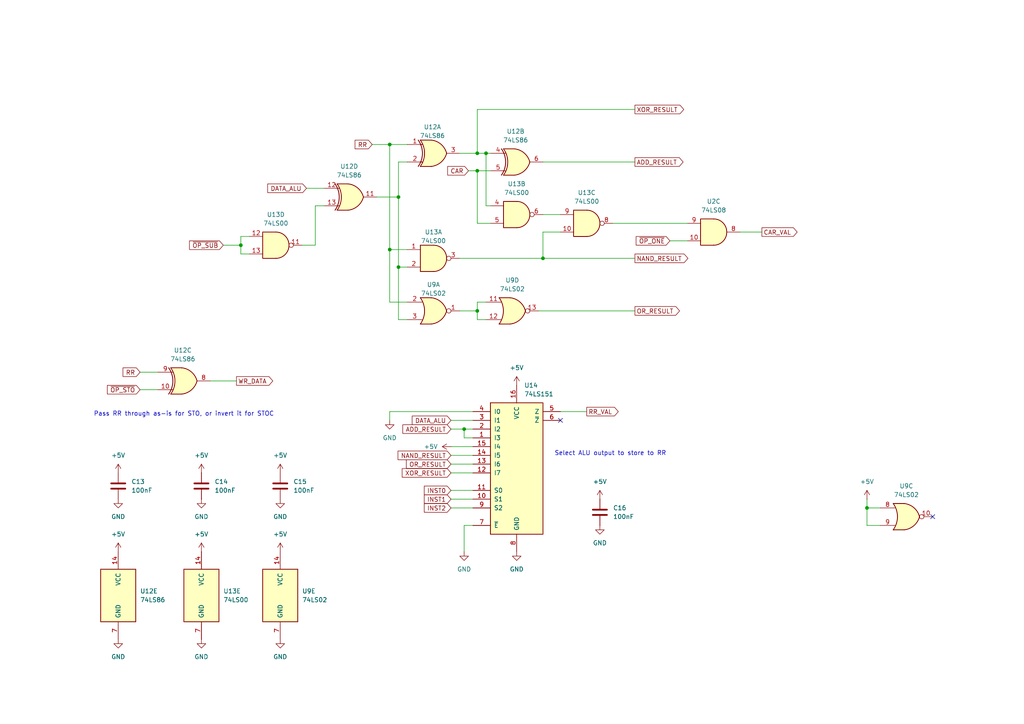
<source format=kicad_sch>
(kicad_sch (version 20231120) (generator "eeschema") (generator_version "8.0")
  (paper "A4")
  (title_block (title "UE14500 TTL 1-bit Microprocessor") (date "2025") (rev "1") (comment 1 "Copyright (c) 2025 Rhys Weatherley") (comment 3 "Arithmetic and Logic Unit"))
  (lib_symbols
    (symbol "74xx:74LS00" (pin_names (offset 1.016))
      (property "Reference" "U" (at 0 1.27 0))
      (property "Value" "74LS00" (at 0 -1.27 0))
      (symbol "74LS00_1_1"
        (arc (start 0 -3.81) (mid 3.7934 0) (end 0 3.81) (stroke (width 0.254)) (fill (type background)))
        (polyline (pts (xy 0 3.81) (xy -3.81 3.81) (xy -3.81 -3.81) (xy 0 -3.81)) (stroke (width 0.254)) (fill (type background)))
        (pin input line (at -7.62 2.54 0) (length 3.81) (name "~") (number "1"))
        (pin input line (at -7.62 -2.54 0) (length 3.81) (name "~") (number "2"))
        (pin output inverted (at 7.62 0 180) (length 3.81) (name "~") (number "3"))
      )
      (symbol "74LS00_1_2"
        (arc (start -3.81 -3.81) (mid -2.589 0) (end -3.81 3.81) (stroke (width 0.254)))
        (arc (start -0.6096 -3.81) (mid 2.1842 -2.5851) (end 3.81 0) (stroke (width 0.254)) (fill (type background)))
        (polyline (pts (xy -3.81 -3.81) (xy -0.635 -3.81)) (stroke (width 0.254)) (fill (type background)))
        (polyline (pts (xy -3.81 3.81) (xy -0.635 3.81)) (stroke (width 0.254)) (fill (type background)))
        (polyline (pts (xy -0.635 3.81) (xy -3.81 3.81) (xy -3.81 3.81) (xy -3.556 3.4036) (xy -3.0226 2.2606) (xy -2.6924 1.0414) (xy -2.6162 -0.254) (xy -2.7686 -1.4986) (xy -3.175 -2.7178) (xy -3.81 -3.81) (xy -3.81 -3.81) (xy -0.635 -3.81)) (stroke (width -25.4)) (fill (type background)))
        (arc (start 3.81 0) (mid 2.1915 2.5936) (end -0.6096 3.81) (stroke (width 0.254)) (fill (type background)))
        (pin input inverted (at -7.62 2.54 0) (length 4.318) (name "~") (number "1"))
        (pin input inverted (at -7.62 -2.54 0) (length 4.318) (name "~") (number "2"))
        (pin output line (at 7.62 0 180) (length 3.81) (name "~") (number "3"))
      )
      (symbol "74LS00_2_1"
        (arc (start 0 -3.81) (mid 3.7934 0) (end 0 3.81) (stroke (width 0.254)) (fill (type background)))
        (polyline (pts (xy 0 3.81) (xy -3.81 3.81) (xy -3.81 -3.81) (xy 0 -3.81)) (stroke (width 0.254)) (fill (type background)))
        (pin input line (at -7.62 2.54 0) (length 3.81) (name "~") (number "4"))
        (pin input line (at -7.62 -2.54 0) (length 3.81) (name "~") (number "5"))
        (pin output inverted (at 7.62 0 180) (length 3.81) (name "~") (number "6"))
      )
      (symbol "74LS00_2_2"
        (arc (start -3.81 -3.81) (mid -2.589 0) (end -3.81 3.81) (stroke (width 0.254)))
        (arc (start -0.6096 -3.81) (mid 2.1842 -2.5851) (end 3.81 0) (stroke (width 0.254)) (fill (type background)))
        (polyline (pts (xy -3.81 -3.81) (xy -0.635 -3.81)) (stroke (width 0.254)) (fill (type background)))
        (polyline (pts (xy -3.81 3.81) (xy -0.635 3.81)) (stroke (width 0.254)) (fill (type background)))
        (polyline (pts (xy -0.635 3.81) (xy -3.81 3.81) (xy -3.81 3.81) (xy -3.556 3.4036) (xy -3.0226 2.2606) (xy -2.6924 1.0414) (xy -2.6162 -0.254) (xy -2.7686 -1.4986) (xy -3.175 -2.7178) (xy -3.81 -3.81) (xy -3.81 -3.81) (xy -0.635 -3.81)) (stroke (width -25.4)) (fill (type background)))
        (arc (start 3.81 0) (mid 2.1915 2.5936) (end -0.6096 3.81) (stroke (width 0.254)) (fill (type background)))
        (pin input inverted (at -7.62 2.54 0) (length 4.318) (name "~") (number "4"))
        (pin input inverted (at -7.62 -2.54 0) (length 4.318) (name "~") (number "5"))
        (pin output line (at 7.62 0 180) (length 3.81) (name "~") (number "6"))
      )
      (symbol "74LS00_3_1"
        (arc (start 0 -3.81) (mid 3.7934 0) (end 0 3.81) (stroke (width 0.254)) (fill (type background)))
        (polyline (pts (xy 0 3.81) (xy -3.81 3.81) (xy -3.81 -3.81) (xy 0 -3.81)) (stroke (width 0.254)) (fill (type background)))
        (pin input line (at -7.62 -2.54 0) (length 3.81) (name "~") (number "10"))
        (pin output inverted (at 7.62 0 180) (length 3.81) (name "~") (number "8"))
        (pin input line (at -7.62 2.54 0) (length 3.81) (name "~") (number "9"))
      )
      (symbol "74LS00_3_2"
        (arc (start -3.81 -3.81) (mid -2.589 0) (end -3.81 3.81) (stroke (width 0.254)))
        (arc (start -0.6096 -3.81) (mid 2.1842 -2.5851) (end 3.81 0) (stroke (width 0.254)) (fill (type background)))
        (polyline (pts (xy -3.81 -3.81) (xy -0.635 -3.81)) (stroke (width 0.254)) (fill (type background)))
        (polyline (pts (xy -3.81 3.81) (xy -0.635 3.81)) (stroke (width 0.254)) (fill (type background)))
        (polyline (pts (xy -0.635 3.81) (xy -3.81 3.81) (xy -3.81 3.81) (xy -3.556 3.4036) (xy -3.0226 2.2606) (xy -2.6924 1.0414) (xy -2.6162 -0.254) (xy -2.7686 -1.4986) (xy -3.175 -2.7178) (xy -3.81 -3.81) (xy -3.81 -3.81) (xy -0.635 -3.81)) (stroke (width -25.4)) (fill (type background)))
        (arc (start 3.81 0) (mid 2.1915 2.5936) (end -0.6096 3.81) (stroke (width 0.254)) (fill (type background)))
        (pin input inverted (at -7.62 -2.54 0) (length 4.318) (name "~") (number "10"))
        (pin output line (at 7.62 0 180) (length 3.81) (name "~") (number "8"))
        (pin input inverted (at -7.62 2.54 0) (length 4.318) (name "~") (number "9"))
      )
      (symbol "74LS00_4_1"
        (arc (start 0 -3.81) (mid 3.7934 0) (end 0 3.81) (stroke (width 0.254)) (fill (type background)))
        (polyline (pts (xy 0 3.81) (xy -3.81 3.81) (xy -3.81 -3.81) (xy 0 -3.81)) (stroke (width 0.254)) (fill (type background)))
        (pin output inverted (at 7.62 0 180) (length 3.81) (name "~") (number "11"))
        (pin input line (at -7.62 2.54 0) (length 3.81) (name "~") (number "12"))
        (pin input line (at -7.62 -2.54 0) (length 3.81) (name "~") (number "13"))
      )
      (symbol "74LS00_4_2"
        (arc (start -3.81 -3.81) (mid -2.589 0) (end -3.81 3.81) (stroke (width 0.254)))
        (arc (start -0.6096 -3.81) (mid 2.1842 -2.5851) (end 3.81 0) (stroke (width 0.254)) (fill (type background)))
        (polyline (pts (xy -3.81 -3.81) (xy -0.635 -3.81)) (stroke (width 0.254)) (fill (type background)))
        (polyline (pts (xy -3.81 3.81) (xy -0.635 3.81)) (stroke (width 0.254)) (fill (type background)))
        (polyline (pts (xy -0.635 3.81) (xy -3.81 3.81) (xy -3.81 3.81) (xy -3.556 3.4036) (xy -3.0226 2.2606) (xy -2.6924 1.0414) (xy -2.6162 -0.254) (xy -2.7686 -1.4986) (xy -3.175 -2.7178) (xy -3.81 -3.81) (xy -3.81 -3.81) (xy -0.635 -3.81)) (stroke (width -25.4)) (fill (type background)))
        (arc (start 3.81 0) (mid 2.1915 2.5936) (end -0.6096 3.81) (stroke (width 0.254)) (fill (type background)))
        (pin output line (at 7.62 0 180) (length 3.81) (name "~") (number "11"))
        (pin input inverted (at -7.62 2.54 0) (length 4.318) (name "~") (number "12"))
        (pin input inverted (at -7.62 -2.54 0) (length 4.318) (name "~") (number "13"))
      )
      (symbol "74LS00_5_0"
        (pin power_in line (at 0 12.7 270) (length 5.08) (name "VCC") (number "14"))
        (pin power_in line (at 0 -12.7 90) (length 5.08) (name "GND") (number "7"))
      )
      (symbol "74LS00_5_1"
        (rectangle (start -5.08 7.62) (end 5.08 -7.62) (stroke (width 0.254)) (fill (type background)))
      )
    )
    (symbol "74xx:74LS02" (pin_names (offset 1.016))
      (property "Reference" "U" (at 0 1.27 0))
      (property "Value" "74LS02" (at 0 -1.27 0))
      (symbol "74LS02_1_1"
        (arc (start -3.81 -3.81) (mid -2.589 0) (end -3.81 3.81) (stroke (width 0.254)))
        (arc (start -0.6096 -3.81) (mid 2.1842 -2.5851) (end 3.81 0) (stroke (width 0.254)) (fill (type background)))
        (polyline (pts (xy -3.81 -3.81) (xy -0.635 -3.81)) (stroke (width 0.254)) (fill (type background)))
        (polyline (pts (xy -3.81 3.81) (xy -0.635 3.81)) (stroke (width 0.254)) (fill (type background)))
        (polyline (pts (xy -0.635 3.81) (xy -3.81 3.81) (xy -3.81 3.81) (xy -3.556 3.4036) (xy -3.0226 2.2606) (xy -2.6924 1.0414) (xy -2.6162 -0.254) (xy -2.7686 -1.4986) (xy -3.175 -2.7178) (xy -3.81 -3.81) (xy -3.81 -3.81) (xy -0.635 -3.81)) (stroke (width -25.4)) (fill (type background)))
        (arc (start 3.81 0) (mid 2.1915 2.5936) (end -0.6096 3.81) (stroke (width 0.254)) (fill (type background)))
        (pin output inverted (at 7.62 0 180) (length 3.81) (name "~") (number "1"))
        (pin input line (at -7.62 2.54 0) (length 4.318) (name "~") (number "2"))
        (pin input line (at -7.62 -2.54 0) (length 4.318) (name "~") (number "3"))
      )
      (symbol "74LS02_1_2"
        (arc (start 0 -3.81) (mid 3.7934 0) (end 0 3.81) (stroke (width 0.254)) (fill (type background)))
        (polyline (pts (xy 0 3.81) (xy -3.81 3.81) (xy -3.81 -3.81) (xy 0 -3.81)) (stroke (width 0.254)) (fill (type background)))
        (pin output line (at 7.62 0 180) (length 3.81) (name "~") (number "1"))
        (pin input inverted (at -7.62 2.54 0) (length 3.81) (name "~") (number "2"))
        (pin input inverted (at -7.62 -2.54 0) (length 3.81) (name "~") (number "3"))
      )
      (symbol "74LS02_2_1"
        (arc (start -3.81 -3.81) (mid -2.589 0) (end -3.81 3.81) (stroke (width 0.254)))
        (arc (start -0.6096 -3.81) (mid 2.1842 -2.5851) (end 3.81 0) (stroke (width 0.254)) (fill (type background)))
        (polyline (pts (xy -3.81 -3.81) (xy -0.635 -3.81)) (stroke (width 0.254)) (fill (type background)))
        (polyline (pts (xy -3.81 3.81) (xy -0.635 3.81)) (stroke (width 0.254)) (fill (type background)))
        (polyline (pts (xy -0.635 3.81) (xy -3.81 3.81) (xy -3.81 3.81) (xy -3.556 3.4036) (xy -3.0226 2.2606) (xy -2.6924 1.0414) (xy -2.6162 -0.254) (xy -2.7686 -1.4986) (xy -3.175 -2.7178) (xy -3.81 -3.81) (xy -3.81 -3.81) (xy -0.635 -3.81)) (stroke (width -25.4)) (fill (type background)))
        (arc (start 3.81 0) (mid 2.1915 2.5936) (end -0.6096 3.81) (stroke (width 0.254)) (fill (type background)))
        (pin output inverted (at 7.62 0 180) (length 3.81) (name "~") (number "4"))
        (pin input line (at -7.62 2.54 0) (length 4.318) (name "~") (number "5"))
        (pin input line (at -7.62 -2.54 0) (length 4.318) (name "~") (number "6"))
      )
      (symbol "74LS02_2_2"
        (arc (start 0 -3.81) (mid 3.7934 0) (end 0 3.81) (stroke (width 0.254)) (fill (type background)))
        (polyline (pts (xy 0 3.81) (xy -3.81 3.81) (xy -3.81 -3.81) (xy 0 -3.81)) (stroke (width 0.254)) (fill (type background)))
        (pin output line (at 7.62 0 180) (length 3.81) (name "~") (number "4"))
        (pin input inverted (at -7.62 2.54 0) (length 3.81) (name "~") (number "5"))
        (pin input inverted (at -7.62 -2.54 0) (length 3.81) (name "~") (number "6"))
      )
      (symbol "74LS02_3_1"
        (arc (start -3.81 -3.81) (mid -2.589 0) (end -3.81 3.81) (stroke (width 0.254)))
        (arc (start -0.6096 -3.81) (mid 2.1842 -2.5851) (end 3.81 0) (stroke (width 0.254)) (fill (type background)))
        (polyline (pts (xy -3.81 -3.81) (xy -0.635 -3.81)) (stroke (width 0.254)) (fill (type background)))
        (polyline (pts (xy -3.81 3.81) (xy -0.635 3.81)) (stroke (width 0.254)) (fill (type background)))
        (polyline (pts (xy -0.635 3.81) (xy -3.81 3.81) (xy -3.81 3.81) (xy -3.556 3.4036) (xy -3.0226 2.2606) (xy -2.6924 1.0414) (xy -2.6162 -0.254) (xy -2.7686 -1.4986) (xy -3.175 -2.7178) (xy -3.81 -3.81) (xy -3.81 -3.81) (xy -0.635 -3.81)) (stroke (width -25.4)) (fill (type background)))
        (arc (start 3.81 0) (mid 2.1915 2.5936) (end -0.6096 3.81) (stroke (width 0.254)) (fill (type background)))
        (pin output inverted (at 7.62 0 180) (length 3.81) (name "~") (number "10"))
        (pin input line (at -7.62 2.54 0) (length 4.318) (name "~") (number "8"))
        (pin input line (at -7.62 -2.54 0) (length 4.318) (name "~") (number "9"))
      )
      (symbol "74LS02_3_2"
        (arc (start 0 -3.81) (mid 3.7934 0) (end 0 3.81) (stroke (width 0.254)) (fill (type background)))
        (polyline (pts (xy 0 3.81) (xy -3.81 3.81) (xy -3.81 -3.81) (xy 0 -3.81)) (stroke (width 0.254)) (fill (type background)))
        (pin output line (at 7.62 0 180) (length 3.81) (name "~") (number "10"))
        (pin input inverted (at -7.62 2.54 0) (length 3.81) (name "~") (number "8"))
        (pin input inverted (at -7.62 -2.54 0) (length 3.81) (name "~") (number "9"))
      )
      (symbol "74LS02_4_1"
        (arc (start -3.81 -3.81) (mid -2.589 0) (end -3.81 3.81) (stroke (width 0.254)))
        (arc (start -0.6096 -3.81) (mid 2.1842 -2.5851) (end 3.81 0) (stroke (width 0.254)) (fill (type background)))
        (polyline (pts (xy -3.81 -3.81) (xy -0.635 -3.81)) (stroke (width 0.254)) (fill (type background)))
        (polyline (pts (xy -3.81 3.81) (xy -0.635 3.81)) (stroke (width 0.254)) (fill (type background)))
        (polyline (pts (xy -0.635 3.81) (xy -3.81 3.81) (xy -3.81 3.81) (xy -3.556 3.4036) (xy -3.0226 2.2606) (xy -2.6924 1.0414) (xy -2.6162 -0.254) (xy -2.7686 -1.4986) (xy -3.175 -2.7178) (xy -3.81 -3.81) (xy -3.81 -3.81) (xy -0.635 -3.81)) (stroke (width -25.4)) (fill (type background)))
        (arc (start 3.81 0) (mid 2.1915 2.5936) (end -0.6096 3.81) (stroke (width 0.254)) (fill (type background)))
        (pin input line (at -7.62 2.54 0) (length 4.318) (name "~") (number "11"))
        (pin input line (at -7.62 -2.54 0) (length 4.318) (name "~") (number "12"))
        (pin output inverted (at 7.62 0 180) (length 3.81) (name "~") (number "13"))
      )
      (symbol "74LS02_4_2"
        (arc (start 0 -3.81) (mid 3.7934 0) (end 0 3.81) (stroke (width 0.254)) (fill (type background)))
        (polyline (pts (xy 0 3.81) (xy -3.81 3.81) (xy -3.81 -3.81) (xy 0 -3.81)) (stroke (width 0.254)) (fill (type background)))
        (pin input inverted (at -7.62 2.54 0) (length 3.81) (name "~") (number "11"))
        (pin input inverted (at -7.62 -2.54 0) (length 3.81) (name "~") (number "12"))
        (pin output line (at 7.62 0 180) (length 3.81) (name "~") (number "13"))
      )
      (symbol "74LS02_5_0"
        (pin power_in line (at 0 12.7 270) (length 5.08) (name "VCC") (number "14"))
        (pin power_in line (at 0 -12.7 90) (length 5.08) (name "GND") (number "7"))
      )
      (symbol "74LS02_5_1"
        (rectangle (start -5.08 7.62) (end 5.08 -7.62) (stroke (width 0.254)) (fill (type background)))
      )
    )
    (symbol "74xx:74LS08" (pin_names (offset 1.016))
      (property "Reference" "U" (at 0 1.27 0))
      (property "Value" "74LS08" (at 0 -1.27 0))
      (symbol "74LS08_1_1"
        (arc (start 0 -3.81) (mid 3.7934 0) (end 0 3.81) (stroke (width 0.254)) (fill (type background)))
        (polyline (pts (xy 0 3.81) (xy -3.81 3.81) (xy -3.81 -3.81) (xy 0 -3.81)) (stroke (width 0.254)) (fill (type background)))
        (pin input line (at -7.62 2.54 0) (length 3.81) (name "~") (number "1"))
        (pin input line (at -7.62 -2.54 0) (length 3.81) (name "~") (number "2"))
        (pin output line (at 7.62 0 180) (length 3.81) (name "~") (number "3"))
      )
      (symbol "74LS08_1_2"
        (arc (start -3.81 -3.81) (mid -2.589 0) (end -3.81 3.81) (stroke (width 0.254)))
        (arc (start -0.6096 -3.81) (mid 2.1842 -2.5851) (end 3.81 0) (stroke (width 0.254)) (fill (type background)))
        (polyline (pts (xy -3.81 -3.81) (xy -0.635 -3.81)) (stroke (width 0.254)) (fill (type background)))
        (polyline (pts (xy -3.81 3.81) (xy -0.635 3.81)) (stroke (width 0.254)) (fill (type background)))
        (polyline (pts (xy -0.635 3.81) (xy -3.81 3.81) (xy -3.81 3.81) (xy -3.556 3.4036) (xy -3.0226 2.2606) (xy -2.6924 1.0414) (xy -2.6162 -0.254) (xy -2.7686 -1.4986) (xy -3.175 -2.7178) (xy -3.81 -3.81) (xy -3.81 -3.81) (xy -0.635 -3.81)) (stroke (width -25.4)) (fill (type background)))
        (arc (start 3.81 0) (mid 2.1915 2.5936) (end -0.6096 3.81) (stroke (width 0.254)) (fill (type background)))
        (pin input inverted (at -7.62 2.54 0) (length 4.318) (name "~") (number "1"))
        (pin input inverted (at -7.62 -2.54 0) (length 4.318) (name "~") (number "2"))
        (pin output inverted (at 7.62 0 180) (length 3.81) (name "~") (number "3"))
      )
      (symbol "74LS08_2_1"
        (arc (start 0 -3.81) (mid 3.7934 0) (end 0 3.81) (stroke (width 0.254)) (fill (type background)))
        (polyline (pts (xy 0 3.81) (xy -3.81 3.81) (xy -3.81 -3.81) (xy 0 -3.81)) (stroke (width 0.254)) (fill (type background)))
        (pin input line (at -7.62 2.54 0) (length 3.81) (name "~") (number "4"))
        (pin input line (at -7.62 -2.54 0) (length 3.81) (name "~") (number "5"))
        (pin output line (at 7.62 0 180) (length 3.81) (name "~") (number "6"))
      )
      (symbol "74LS08_2_2"
        (arc (start -3.81 -3.81) (mid -2.589 0) (end -3.81 3.81) (stroke (width 0.254)))
        (arc (start -0.6096 -3.81) (mid 2.1842 -2.5851) (end 3.81 0) (stroke (width 0.254)) (fill (type background)))
        (polyline (pts (xy -3.81 -3.81) (xy -0.635 -3.81)) (stroke (width 0.254)) (fill (type background)))
        (polyline (pts (xy -3.81 3.81) (xy -0.635 3.81)) (stroke (width 0.254)) (fill (type background)))
        (polyline (pts (xy -0.635 3.81) (xy -3.81 3.81) (xy -3.81 3.81) (xy -3.556 3.4036) (xy -3.0226 2.2606) (xy -2.6924 1.0414) (xy -2.6162 -0.254) (xy -2.7686 -1.4986) (xy -3.175 -2.7178) (xy -3.81 -3.81) (xy -3.81 -3.81) (xy -0.635 -3.81)) (stroke (width -25.4)) (fill (type background)))
        (arc (start 3.81 0) (mid 2.1915 2.5936) (end -0.6096 3.81) (stroke (width 0.254)) (fill (type background)))
        (pin input inverted (at -7.62 2.54 0) (length 4.318) (name "~") (number "4"))
        (pin input inverted (at -7.62 -2.54 0) (length 4.318) (name "~") (number "5"))
        (pin output inverted (at 7.62 0 180) (length 3.81) (name "~") (number "6"))
      )
      (symbol "74LS08_3_1"
        (arc (start 0 -3.81) (mid 3.7934 0) (end 0 3.81) (stroke (width 0.254)) (fill (type background)))
        (polyline (pts (xy 0 3.81) (xy -3.81 3.81) (xy -3.81 -3.81) (xy 0 -3.81)) (stroke (width 0.254)) (fill (type background)))
        (pin input line (at -7.62 -2.54 0) (length 3.81) (name "~") (number "10"))
        (pin output line (at 7.62 0 180) (length 3.81) (name "~") (number "8"))
        (pin input line (at -7.62 2.54 0) (length 3.81) (name "~") (number "9"))
      )
      (symbol "74LS08_3_2"
        (arc (start -3.81 -3.81) (mid -2.589 0) (end -3.81 3.81) (stroke (width 0.254)))
        (arc (start -0.6096 -3.81) (mid 2.1842 -2.5851) (end 3.81 0) (stroke (width 0.254)) (fill (type background)))
        (polyline (pts (xy -3.81 -3.81) (xy -0.635 -3.81)) (stroke (width 0.254)) (fill (type background)))
        (polyline (pts (xy -3.81 3.81) (xy -0.635 3.81)) (stroke (width 0.254)) (fill (type background)))
        (polyline (pts (xy -0.635 3.81) (xy -3.81 3.81) (xy -3.81 3.81) (xy -3.556 3.4036) (xy -3.0226 2.2606) (xy -2.6924 1.0414) (xy -2.6162 -0.254) (xy -2.7686 -1.4986) (xy -3.175 -2.7178) (xy -3.81 -3.81) (xy -3.81 -3.81) (xy -0.635 -3.81)) (stroke (width -25.4)) (fill (type background)))
        (arc (start 3.81 0) (mid 2.1915 2.5936) (end -0.6096 3.81) (stroke (width 0.254)) (fill (type background)))
        (pin input inverted (at -7.62 -2.54 0) (length 4.318) (name "~") (number "10"))
        (pin output inverted (at 7.62 0 180) (length 3.81) (name "~") (number "8"))
        (pin input inverted (at -7.62 2.54 0) (length 4.318) (name "~") (number "9"))
      )
      (symbol "74LS08_4_1"
        (arc (start 0 -3.81) (mid 3.7934 0) (end 0 3.81) (stroke (width 0.254)) (fill (type background)))
        (polyline (pts (xy 0 3.81) (xy -3.81 3.81) (xy -3.81 -3.81) (xy 0 -3.81)) (stroke (width 0.254)) (fill (type background)))
        (pin output line (at 7.62 0 180) (length 3.81) (name "~") (number "11"))
        (pin input line (at -7.62 2.54 0) (length 3.81) (name "~") (number "12"))
        (pin input line (at -7.62 -2.54 0) (length 3.81) (name "~") (number "13"))
      )
      (symbol "74LS08_4_2"
        (arc (start -3.81 -3.81) (mid -2.589 0) (end -3.81 3.81) (stroke (width 0.254)))
        (arc (start -0.6096 -3.81) (mid 2.1842 -2.5851) (end 3.81 0) (stroke (width 0.254)) (fill (type background)))
        (polyline (pts (xy -3.81 -3.81) (xy -0.635 -3.81)) (stroke (width 0.254)) (fill (type background)))
        (polyline (pts (xy -3.81 3.81) (xy -0.635 3.81)) (stroke (width 0.254)) (fill (type background)))
        (polyline (pts (xy -0.635 3.81) (xy -3.81 3.81) (xy -3.81 3.81) (xy -3.556 3.4036) (xy -3.0226 2.2606) (xy -2.6924 1.0414) (xy -2.6162 -0.254) (xy -2.7686 -1.4986) (xy -3.175 -2.7178) (xy -3.81 -3.81) (xy -3.81 -3.81) (xy -0.635 -3.81)) (stroke (width -25.4)) (fill (type background)))
        (arc (start 3.81 0) (mid 2.1915 2.5936) (end -0.6096 3.81) (stroke (width 0.254)) (fill (type background)))
        (pin output inverted (at 7.62 0 180) (length 3.81) (name "~") (number "11"))
        (pin input inverted (at -7.62 2.54 0) (length 4.318) (name "~") (number "12"))
        (pin input inverted (at -7.62 -2.54 0) (length 4.318) (name "~") (number "13"))
      )
      (symbol "74LS08_5_0"
        (pin power_in line (at 0 12.7 270) (length 5.08) (name "VCC") (number "14"))
        (pin power_in line (at 0 -12.7 90) (length 5.08) (name "GND") (number "7"))
      )
      (symbol "74LS08_5_1"
        (rectangle (start -5.08 7.62) (end 5.08 -7.62) (stroke (width 0.254)) (fill (type background)))
      )
    )
    (symbol "74xx:74LS151" (pin_names (offset 1.016))
      (property "Reference" "U" (at -7.62 19.05 0))
      (property "Value" "74LS151" (at -7.62 -21.59 0))
      (symbol "74LS151_1_0"
        (pin input line (at -12.7 7.62 0) (length 5.08) (name "I3") (number "1"))
        (pin input line (at -12.7 -10.16 0) (length 5.08) (name "S1") (number "10"))
        (pin input line (at -12.7 -7.62 0) (length 5.08) (name "S0") (number "11"))
        (pin input line (at -12.7 -2.54 0) (length 5.08) (name "I7") (number "12"))
        (pin input line (at -12.7 0 0) (length 5.08) (name "I6") (number "13"))
        (pin input line (at -12.7 2.54 0) (length 5.08) (name "I5") (number "14"))
        (pin input line (at -12.7 5.08 0) (length 5.08) (name "I4") (number "15"))
        (pin power_in line (at 0 22.86 270) (length 5.08) (name "VCC") (number "16"))
        (pin input line (at -12.7 10.16 0) (length 5.08) (name "I2") (number "2"))
        (pin input line (at -12.7 12.7 0) (length 5.08) (name "I1") (number "3"))
        (pin input line (at -12.7 15.24 0) (length 5.08) (name "I0") (number "4"))
        (pin output line (at 12.7 15.24 180) (length 5.08) (name "Z") (number "5"))
        (pin output line (at 12.7 12.7 180) (length 5.08) (name "~{Z}") (number "6"))
        (pin input line (at -12.7 -17.78 0) (length 5.08) (name "~{E}") (number "7"))
        (pin power_in line (at 0 -25.4 90) (length 5.08) (name "GND") (number "8"))
        (pin input line (at -12.7 -12.7 0) (length 5.08) (name "S2") (number "9"))
      )
      (symbol "74LS151_1_1"
        (rectangle (start -7.62 17.78) (end 7.62 -20.32) (stroke (width 0.254)) (fill (type background)))
      )
    )
    (symbol "74xx:74LS86" (pin_names (offset 1.016))
      (property "Reference" "U" (at 0 1.27 0))
      (property "Value" "74LS86" (at 0 -1.27 0))
      (symbol "74LS86_1_0"
        (arc (start -4.4196 -3.81) (mid -3.2033 0) (end -4.4196 3.81) (stroke (width 0.254)))
        (arc (start -3.81 -3.81) (mid -2.589 0) (end -3.81 3.81) (stroke (width 0.254)))
        (arc (start -0.6096 -3.81) (mid 2.1842 -2.5851) (end 3.81 0) (stroke (width 0.254)) (fill (type background)))
        (polyline (pts (xy -3.81 -3.81) (xy -0.635 -3.81)) (stroke (width 0.254)) (fill (type background)))
        (polyline (pts (xy -3.81 3.81) (xy -0.635 3.81)) (stroke (width 0.254)) (fill (type background)))
        (polyline (pts (xy -0.635 3.81) (xy -3.81 3.81) (xy -3.81 3.81) (xy -3.556 3.4036) (xy -3.0226 2.2606) (xy -2.6924 1.0414) (xy -2.6162 -0.254) (xy -2.7686 -1.4986) (xy -3.175 -2.7178) (xy -3.81 -3.81) (xy -3.81 -3.81) (xy -0.635 -3.81)) (stroke (width -25.4)) (fill (type background)))
        (arc (start 3.81 0) (mid 2.1915 2.5936) (end -0.6096 3.81) (stroke (width 0.254)) (fill (type background)))
        (pin input line (at -7.62 2.54 0) (length 4.445) (name "~") (number "1"))
        (pin input line (at -7.62 -2.54 0) (length 4.445) (name "~") (number "2"))
        (pin output line (at 7.62 0 180) (length 3.81) (name "~") (number "3"))
      )
      (symbol "74LS86_1_1"
        (polyline (pts (xy -3.81 -2.54) (xy -3.175 -2.54)) (stroke (width 0.1524)))
        (polyline (pts (xy -3.81 2.54) (xy -3.175 2.54)) (stroke (width 0.1524)))
      )
      (symbol "74LS86_2_0"
        (arc (start -4.4196 -3.81) (mid -3.2033 0) (end -4.4196 3.81) (stroke (width 0.254)))
        (arc (start -3.81 -3.81) (mid -2.589 0) (end -3.81 3.81) (stroke (width 0.254)))
        (arc (start -0.6096 -3.81) (mid 2.1842 -2.5851) (end 3.81 0) (stroke (width 0.254)) (fill (type background)))
        (polyline (pts (xy -3.81 -3.81) (xy -0.635 -3.81)) (stroke (width 0.254)) (fill (type background)))
        (polyline (pts (xy -3.81 3.81) (xy -0.635 3.81)) (stroke (width 0.254)) (fill (type background)))
        (polyline (pts (xy -0.635 3.81) (xy -3.81 3.81) (xy -3.81 3.81) (xy -3.556 3.4036) (xy -3.0226 2.2606) (xy -2.6924 1.0414) (xy -2.6162 -0.254) (xy -2.7686 -1.4986) (xy -3.175 -2.7178) (xy -3.81 -3.81) (xy -3.81 -3.81) (xy -0.635 -3.81)) (stroke (width -25.4)) (fill (type background)))
        (arc (start 3.81 0) (mid 2.1915 2.5936) (end -0.6096 3.81) (stroke (width 0.254)) (fill (type background)))
        (pin input line (at -7.62 2.54 0) (length 4.445) (name "~") (number "4"))
        (pin input line (at -7.62 -2.54 0) (length 4.445) (name "~") (number "5"))
        (pin output line (at 7.62 0 180) (length 3.81) (name "~") (number "6"))
      )
      (symbol "74LS86_2_1"
        (polyline (pts (xy -3.81 -2.54) (xy -3.175 -2.54)) (stroke (width 0.1524)))
        (polyline (pts (xy -3.81 2.54) (xy -3.175 2.54)) (stroke (width 0.1524)))
      )
      (symbol "74LS86_3_0"
        (arc (start -4.4196 -3.81) (mid -3.2033 0) (end -4.4196 3.81) (stroke (width 0.254)))
        (arc (start -3.81 -3.81) (mid -2.589 0) (end -3.81 3.81) (stroke (width 0.254)))
        (arc (start -0.6096 -3.81) (mid 2.1842 -2.5851) (end 3.81 0) (stroke (width 0.254)) (fill (type background)))
        (polyline (pts (xy -3.81 -3.81) (xy -0.635 -3.81)) (stroke (width 0.254)) (fill (type background)))
        (polyline (pts (xy -3.81 3.81) (xy -0.635 3.81)) (stroke (width 0.254)) (fill (type background)))
        (polyline (pts (xy -0.635 3.81) (xy -3.81 3.81) (xy -3.81 3.81) (xy -3.556 3.4036) (xy -3.0226 2.2606) (xy -2.6924 1.0414) (xy -2.6162 -0.254) (xy -2.7686 -1.4986) (xy -3.175 -2.7178) (xy -3.81 -3.81) (xy -3.81 -3.81) (xy -0.635 -3.81)) (stroke (width -25.4)) (fill (type background)))
        (arc (start 3.81 0) (mid 2.1915 2.5936) (end -0.6096 3.81) (stroke (width 0.254)) (fill (type background)))
        (pin input line (at -7.62 -2.54 0) (length 4.445) (name "~") (number "10"))
        (pin output line (at 7.62 0 180) (length 3.81) (name "~") (number "8"))
        (pin input line (at -7.62 2.54 0) (length 4.445) (name "~") (number "9"))
      )
      (symbol "74LS86_3_1"
        (polyline (pts (xy -3.81 -2.54) (xy -3.175 -2.54)) (stroke (width 0.1524)))
        (polyline (pts (xy -3.81 2.54) (xy -3.175 2.54)) (stroke (width 0.1524)))
      )
      (symbol "74LS86_4_0"
        (arc (start -4.4196 -3.81) (mid -3.2033 0) (end -4.4196 3.81) (stroke (width 0.254)))
        (arc (start -3.81 -3.81) (mid -2.589 0) (end -3.81 3.81) (stroke (width 0.254)))
        (arc (start -0.6096 -3.81) (mid 2.1842 -2.5851) (end 3.81 0) (stroke (width 0.254)) (fill (type background)))
        (polyline (pts (xy -3.81 -3.81) (xy -0.635 -3.81)) (stroke (width 0.254)) (fill (type background)))
        (polyline (pts (xy -3.81 3.81) (xy -0.635 3.81)) (stroke (width 0.254)) (fill (type background)))
        (polyline (pts (xy -0.635 3.81) (xy -3.81 3.81) (xy -3.81 3.81) (xy -3.556 3.4036) (xy -3.0226 2.2606) (xy -2.6924 1.0414) (xy -2.6162 -0.254) (xy -2.7686 -1.4986) (xy -3.175 -2.7178) (xy -3.81 -3.81) (xy -3.81 -3.81) (xy -0.635 -3.81)) (stroke (width -25.4)) (fill (type background)))
        (arc (start 3.81 0) (mid 2.1915 2.5936) (end -0.6096 3.81) (stroke (width 0.254)) (fill (type background)))
        (pin output line (at 7.62 0 180) (length 3.81) (name "~") (number "11"))
        (pin input line (at -7.62 2.54 0) (length 4.445) (name "~") (number "12"))
        (pin input line (at -7.62 -2.54 0) (length 4.445) (name "~") (number "13"))
      )
      (symbol "74LS86_4_1"
        (polyline (pts (xy -3.81 -2.54) (xy -3.175 -2.54)) (stroke (width 0.1524)))
        (polyline (pts (xy -3.81 2.54) (xy -3.175 2.54)) (stroke (width 0.1524)))
      )
      (symbol "74LS86_5_0"
        (pin power_in line (at 0 12.7 270) (length 5.08) (name "VCC") (number "14"))
        (pin power_in line (at 0 -12.7 90) (length 5.08) (name "GND") (number "7"))
      )
      (symbol "74LS86_5_1"
        (rectangle (start -5.08 7.62) (end 5.08 -7.62) (stroke (width 0.254)) (fill (type background)))
      )
    )
    (symbol "Device:C" (pin_numbers hide) (pin_names (offset 0.254))
      (property "Reference" "C" (at 0.635 2.54 0))
      (property "Value" "C" (at 0.635 -2.54 0))
      (symbol "C_0_1"
        (polyline (pts (xy -2.032 -0.762) (xy 2.032 -0.762)) (stroke (width 0.508)))
        (polyline (pts (xy -2.032 0.762) (xy 2.032 0.762)) (stroke (width 0.508)))
      )
      (symbol "C_1_1"
        (pin passive line (at 0 3.81 270) (length 2.794) (name "~") (number "1"))
        (pin passive line (at 0 -3.81 90) (length 2.794) (name "~") (number "2"))
      )
    )
    (symbol "power:+5V" (power) (pin_numbers hide) (pin_names (offset 0) hide)
      (property "Value" "+5V" (at 0 3.556 0))
      (symbol "+5V_0_1"
        (polyline (pts (xy -0.762 1.27) (xy 0 2.54)))
        (polyline (pts (xy 0 0) (xy 0 2.54)))
        (polyline (pts (xy 0 2.54) (xy 0.762 1.27)))
      )
      (symbol "+5V_1_1"
        (pin power_in line (at 0 0 90) (length 0) (name "~") (number "1"))
      )
    )
    (symbol "power:GND" (power) (pin_numbers hide) (pin_names (offset 0) hide)
      (property "Value" "GND" (at 0 -3.81 0))
      (symbol "GND_0_1"
        (polyline (pts (xy 0 0) (xy 0 -1.27) (xy 1.27 -1.27) (xy 0 -2.54) (xy -1.27 -1.27) (xy 0 -1.27)))
      )
      (symbol "GND_1_1"
        (pin power_in line (at 0 0 270) (length 0) (name "~") (number "1"))
      )
    )
  )
  (junction (at 138.43 49.53))
  (junction (at 69.85 71.12))
  (junction (at 251.46 147.32))
  (junction (at 115.57 57.15))
  (junction (at 134.62 124.46))
  (junction (at 138.43 44.45))
  (junction (at 140.97 44.45))
  (junction (at 113.03 72.39))
  (junction (at 157.48 74.93))
  (junction (at 113.03 41.91))
  (junction (at 138.43 90.17))
  (junction (at 115.57 77.47))
  (no_connect (at 270.51 149.86))
  (no_connect (at 162.56 121.92))
  (wire (pts (xy 157.48 67.31) (xy 162.56 67.31)))
  (wire (pts (xy 60.96 110.49) (xy 68.58 110.49)))
  (wire (pts (xy 138.43 64.77) (xy 138.43 49.53)))
  (wire (pts (xy 115.57 57.15) (xy 115.57 46.99)))
  (wire (pts (xy 87.63 71.12) (xy 91.44 71.12)))
  (wire (pts (xy 251.46 144.78) (xy 251.46 147.32)))
  (wire (pts (xy 138.43 44.45) (xy 140.97 44.45)))
  (wire (pts (xy 118.11 92.71) (xy 115.57 92.71)))
  (wire (pts (xy 138.43 49.53) (xy 142.24 49.53)))
  (wire (pts (xy 134.62 124.46) (xy 137.16 124.46)))
  (wire (pts (xy 140.97 87.63) (xy 138.43 87.63)))
  (wire (pts (xy 115.57 46.99) (xy 118.11 46.99)))
  (wire (pts (xy 142.24 59.69) (xy 140.97 59.69)))
  (wire (pts (xy 135.89 49.53) (xy 138.43 49.53)))
  (wire (pts (xy 130.81 137.16) (xy 137.16 137.16)))
  (wire (pts (xy 109.22 57.15) (xy 115.57 57.15)))
  (wire (pts (xy 138.43 31.75) (xy 138.43 44.45)))
  (wire (pts (xy 118.11 72.39) (xy 113.03 72.39)))
  (wire (pts (xy 214.63 67.31) (xy 220.98 67.31)))
  (wire (pts (xy 251.46 152.4) (xy 255.27 152.4)))
  (wire (pts (xy 130.81 132.08) (xy 137.16 132.08)))
  (wire (pts (xy 130.81 124.46) (xy 134.62 124.46)))
  (wire (pts (xy 142.24 64.77) (xy 138.43 64.77)))
  (wire (pts (xy 118.11 87.63) (xy 113.03 87.63)))
  (wire (pts (xy 130.81 142.24) (xy 137.16 142.24)))
  (wire (pts (xy 40.64 107.95) (xy 45.72 107.95)))
  (wire (pts (xy 69.85 68.58) (xy 69.85 71.12)))
  (wire (pts (xy 113.03 87.63) (xy 113.03 72.39)))
  (wire (pts (xy 157.48 74.93) (xy 184.15 74.93)))
  (wire (pts (xy 138.43 87.63) (xy 138.43 90.17)))
  (wire (pts (xy 113.03 121.92) (xy 113.03 119.38)))
  (wire (pts (xy 88.9 54.61) (xy 93.98 54.61)))
  (wire (pts (xy 40.64 113.03) (xy 45.72 113.03)))
  (wire (pts (xy 115.57 77.47) (xy 115.57 57.15)))
  (wire (pts (xy 133.35 74.93) (xy 157.48 74.93)))
  (wire (pts (xy 130.81 147.32) (xy 137.16 147.32)))
  (wire (pts (xy 134.62 160.02) (xy 134.62 152.4)))
  (wire (pts (xy 107.95 41.91) (xy 113.03 41.91)))
  (wire (pts (xy 91.44 59.69) (xy 93.98 59.69)))
  (wire (pts (xy 113.03 119.38) (xy 137.16 119.38)))
  (wire (pts (xy 194.31 69.85) (xy 199.39 69.85)))
  (wire (pts (xy 177.8 64.77) (xy 199.39 64.77)))
  (wire (pts (xy 118.11 77.47) (xy 115.57 77.47)))
  (wire (pts (xy 133.35 44.45) (xy 138.43 44.45)))
  (wire (pts (xy 251.46 147.32) (xy 255.27 147.32)))
  (wire (pts (xy 130.81 134.62) (xy 137.16 134.62)))
  (wire (pts (xy 134.62 152.4) (xy 137.16 152.4)))
  (wire (pts (xy 138.43 90.17) (xy 138.43 92.71)))
  (wire (pts (xy 157.48 74.93) (xy 157.48 67.31)))
  (wire (pts (xy 113.03 41.91) (xy 118.11 41.91)))
  (wire (pts (xy 72.39 68.58) (xy 69.85 68.58)))
  (wire (pts (xy 130.81 121.92) (xy 137.16 121.92)))
  (wire (pts (xy 91.44 71.12) (xy 91.44 59.69)))
  (wire (pts (xy 137.16 127) (xy 134.62 127)))
  (wire (pts (xy 115.57 92.71) (xy 115.57 77.47)))
  (wire (pts (xy 140.97 44.45) (xy 142.24 44.45)))
  (wire (pts (xy 113.03 72.39) (xy 113.03 41.91)))
  (wire (pts (xy 157.48 62.23) (xy 162.56 62.23)))
  (wire (pts (xy 140.97 59.69) (xy 140.97 44.45)))
  (wire (pts (xy 69.85 73.66) (xy 72.39 73.66)))
  (wire (pts (xy 251.46 147.32) (xy 251.46 152.4)))
  (wire (pts (xy 69.85 71.12) (xy 69.85 73.66)))
  (wire (pts (xy 138.43 92.71) (xy 140.97 92.71)))
  (wire (pts (xy 133.35 90.17) (xy 138.43 90.17)))
  (wire (pts (xy 162.56 119.38) (xy 170.18 119.38)))
  (wire (pts (xy 184.15 31.75) (xy 138.43 31.75)))
  (wire (pts (xy 156.21 90.17) (xy 184.15 90.17)))
  (wire (pts (xy 134.62 127) (xy 134.62 124.46)))
  (wire (pts (xy 64.77 71.12) (xy 69.85 71.12)))
  (wire (pts (xy 130.81 129.54) (xy 137.16 129.54)))
  (wire (pts (xy 157.48 46.99) (xy 184.15 46.99)))
  (wire (pts (xy 130.81 144.78) (xy 137.16 144.78)))
  (text "Select ALU output to store to RR" (at 177.038 131.572 0) (effects (font (size 1.27 1.27))))
  (text "Pass RR through as-is for STO, or invert it for STOC" (at 53.34 120.142 0) (effects (font (size 1.27 1.27))))
  (global_label "~{OP_SUB}" (shape input) (at 64.77 71.12 180) (property "Intersheetrefs" "${INTERSHEET_REFS}" (effects (hide yes))))
  (global_label "INST1" (shape input) (at 130.81 144.78 180) (property "Intersheetrefs" "${INTERSHEET_REFS}" (effects (hide yes))))
  (global_label "INST2" (shape input) (at 130.81 147.32 180) (property "Intersheetrefs" "${INTERSHEET_REFS}" (effects (hide yes))))
  (global_label "RR" (shape input) (at 40.64 107.95 180) (property "Intersheetrefs" "${INTERSHEET_REFS}" (effects (hide yes))))
  (global_label "RR_VAL" (shape output) (at 170.18 119.38 0) (property "Intersheetrefs" "${INTERSHEET_REFS}" (effects (hide yes))))
  (global_label "~{OP_STO}" (shape input) (at 40.64 113.03 180) (property "Intersheetrefs" "${INTERSHEET_REFS}" (effects (hide yes))))
  (global_label "XOR_RESULT" (shape output) (at 184.15 31.75 0) (property "Intersheetrefs" "${INTERSHEET_REFS}" (effects (hide yes))))
  (global_label "CAR_VAL" (shape output) (at 220.98 67.31 0) (property "Intersheetrefs" "${INTERSHEET_REFS}" (effects (hide yes))))
  (global_label "ADD_RESULT" (shape input) (at 130.81 124.46 180) (property "Intersheetrefs" "${INTERSHEET_REFS}" (effects (hide yes))))
  (global_label "NAND_RESULT" (shape input) (at 130.81 132.08 180) (property "Intersheetrefs" "${INTERSHEET_REFS}" (effects (hide yes))))
  (global_label "~{OP_ONE}" (shape input) (at 194.31 69.85 180) (property "Intersheetrefs" "${INTERSHEET_REFS}" (effects (hide yes))))
  (global_label "OR_RESULT" (shape input) (at 130.81 134.62 180) (property "Intersheetrefs" "${INTERSHEET_REFS}" (effects (hide yes))))
  (global_label "OR_RESULT" (shape output) (at 184.15 90.17 0) (property "Intersheetrefs" "${INTERSHEET_REFS}" (effects (hide yes))))
  (global_label "WR_DATA" (shape output) (at 68.58 110.49 0) (property "Intersheetrefs" "${INTERSHEET_REFS}" (effects (hide yes))))
  (global_label "DATA_ALU" (shape input) (at 130.81 121.92 180) (property "Intersheetrefs" "${INTERSHEET_REFS}" (effects (hide yes))))
  (global_label "CAR" (shape input) (at 135.89 49.53 180) (property "Intersheetrefs" "${INTERSHEET_REFS}" (effects (hide yes))))
  (global_label "INST0" (shape input) (at 130.81 142.24 180) (property "Intersheetrefs" "${INTERSHEET_REFS}" (effects (hide yes))))
  (global_label "DATA_ALU" (shape input) (at 88.9 54.61 180) (property "Intersheetrefs" "${INTERSHEET_REFS}" (effects (hide yes))))
  (global_label "XOR_RESULT" (shape input) (at 130.81 137.16 180) (property "Intersheetrefs" "${INTERSHEET_REFS}" (effects (hide yes))))
  (global_label "RR" (shape input) (at 107.95 41.91 180) (property "Intersheetrefs" "${INTERSHEET_REFS}" (effects (hide yes))))
  (global_label "ADD_RESULT" (shape output) (at 184.15 46.99 0) (property "Intersheetrefs" "${INTERSHEET_REFS}" (effects (hide yes))))
  (global_label "NAND_RESULT" (shape output) (at 184.15 74.93 0) (property "Intersheetrefs" "${INTERSHEET_REFS}" (effects (hide yes))))
  (symbol (lib_id "Device:C") (at 34.29 140.97 0) (unit 1)
    (property "Reference" "C13" (at 38.1 139.6999 0) (effects (justify left)))
    (property "Value" "100nF" (at 38.1 142.2399 0) (effects (justify left)))
    (property "Footprint" "Capacitor_THT:C_Disc_D5.0mm_W2.5mm_P5.00mm" (effects (hide yes)))
    (property "Description" "Unpolarized capacitor" (effects (hide yes)))
  )
  (symbol (lib_id "74xx:74LS02") (at 148.59 90.17 0) (unit 4)
    (property "Reference" "U9" (at 148.59 81.28 0))
    (property "Value" "74LS02" (at 148.59 83.82 0))
    (property "Footprint" "Package_DIP:DIP-14_W7.62mm" (effects (hide yes)))
    (property "Datasheet" "http://www.ti.com/lit/gpn/sn74ls02" (effects (hide yes)))
    (property "Description" "quad 2-input NOR gate" (effects (hide yes)))
  )
  (symbol (lib_id "74xx:74LS02") (at 125.73 90.17 0) (unit 1)
    (property "Reference" "U9" (at 125.73 82.55 0))
    (property "Value" "74LS02" (at 125.73 85.09 0))
    (property "Footprint" "Package_DIP:DIP-14_W7.62mm" (effects (hide yes)))
    (property "Datasheet" "http://www.ti.com/lit/gpn/sn74ls02" (effects (hide yes)))
    (property "Description" "quad 2-input NOR gate" (effects (hide yes)))
  )
  (symbol (lib_id "power:+5V") (at 173.99 144.78 0) (unit 1)
    (property "Reference" "#PWR82" (effects (hide yes)))
    (property "Value" "+5V" (at 173.99 139.7 0))
    (property "Description" "Power symbol creates a global label with name \"+5V\"" (effects (hide yes)))
  )
  (symbol (lib_id "Device:C") (at 173.99 148.59 0) (unit 1)
    (property "Reference" "C16" (at 177.8 147.3199 0) (effects (justify left)))
    (property "Value" "100nF" (at 177.8 149.8599 0) (effects (justify left)))
    (property "Footprint" "Capacitor_THT:C_Disc_D5.0mm_W2.5mm_P5.00mm" (effects (hide yes)))
    (property "Description" "Unpolarized capacitor" (effects (hide yes)))
  )
  (symbol (lib_id "74xx:74LS151") (at 149.86 134.62 0) (unit 1)
    (property "Reference" "U14" (at 152.0541 111.76 0) (effects (justify left)))
    (property "Value" "74LS151" (at 152.0541 114.3 0) (effects (justify left)))
    (property "Footprint" "Package_DIP:DIP-16_W7.62mm" (effects (hide yes)))
    (property "Datasheet" "http://www.ti.com/lit/gpn/sn74LS151" (effects (hide yes)))
    (property "Description" "Multiplexer 8 to 1" (effects (hide yes)))
  )
  (symbol (lib_id "power:+5V") (at 251.46 144.78 0) (unit 1)
    (property "Reference" "#PWR84" (effects (hide yes)))
    (property "Value" "+5V" (at 251.46 139.7 0))
    (property "Description" "Power symbol creates a global label with name \"+5V\"" (effects (hide yes)))
  )
  (symbol (lib_id "74xx:74LS00") (at 170.18 64.77 0) (unit 3)
    (property "Reference" "U13" (at 170.1717 55.88 0))
    (property "Value" "74LS00" (at 170.1717 58.42 0))
    (property "Footprint" "Package_DIP:DIP-14_W7.62mm" (effects (hide yes)))
    (property "Datasheet" "http://www.ti.com/lit/gpn/sn74ls00" (effects (hide yes)))
    (property "Description" "quad 2-input NAND gate" (effects (hide yes)))
  )
  (symbol (lib_id "power:GND") (at 149.86 160.02 0) (unit 1)
    (property "Reference" "#PWR81" (effects (hide yes)))
    (property "Value" "GND" (at 149.86 165.1 0))
    (property "Description" "Power symbol creates a global label with name \"GND\" , ground" (effects (hide yes)))
  )
  (symbol (lib_id "74xx:74LS02") (at 81.28 172.72 0) (unit 5)
    (property "Reference" "U9" (at 87.63 171.4499 0) (effects (justify left)))
    (property "Value" "74LS02" (at 87.63 173.9899 0) (effects (justify left)))
    (property "Footprint" "Package_DIP:DIP-14_W7.62mm" (effects (hide yes)))
    (property "Datasheet" "http://www.ti.com/lit/gpn/sn74ls02" (effects (hide yes)))
    (property "Description" "quad 2-input NOR gate" (effects (hide yes)))
  )
  (symbol (lib_id "Device:C") (at 81.28 140.97 0) (unit 1)
    (property "Reference" "C15" (at 85.09 139.6999 0) (effects (justify left)))
    (property "Value" "100nF" (at 85.09 142.2399 0) (effects (justify left)))
    (property "Footprint" "Capacitor_THT:C_Disc_D5.0mm_W2.5mm_P5.00mm" (effects (hide yes)))
    (property "Description" "Unpolarized capacitor" (effects (hide yes)))
  )
  (symbol (lib_id "74xx:74LS00") (at 58.42 172.72 0) (unit 5)
    (property "Reference" "U13" (at 64.77 171.4499 0) (effects (justify left)))
    (property "Value" "74LS00" (at 64.77 173.9899 0) (effects (justify left)))
    (property "Footprint" "Package_DIP:DIP-14_W7.62mm" (effects (hide yes)))
    (property "Datasheet" "http://www.ti.com/lit/gpn/sn74ls00" (effects (hide yes)))
    (property "Description" "quad 2-input NAND gate" (effects (hide yes)))
  )
  (symbol (lib_id "74xx:74LS00") (at 125.73 74.93 0) (unit 1)
    (property "Reference" "U13" (at 125.7217 67.31 0))
    (property "Value" "74LS00" (at 125.7217 69.85 0))
    (property "Footprint" "Package_DIP:DIP-14_W7.62mm" (effects (hide yes)))
    (property "Datasheet" "http://www.ti.com/lit/gpn/sn74ls00" (effects (hide yes)))
    (property "Description" "quad 2-input NAND gate" (effects (hide yes)))
  )
  (symbol (lib_id "power:GND") (at 58.42 144.78 0) (unit 1)
    (property "Reference" "#PWR70" (effects (hide yes)))
    (property "Value" "GND" (at 58.42 149.86 0))
    (property "Description" "Power symbol creates a global label with name \"GND\" , ground" (effects (hide yes)))
  )
  (symbol (lib_id "power:+5V") (at 149.86 111.76 0) (unit 1)
    (property "Reference" "#PWR80" (effects (hide yes)))
    (property "Value" "+5V" (at 149.86 106.68 0))
    (property "Description" "Power symbol creates a global label with name \"+5V\"" (effects (hide yes)))
  )
  (symbol (lib_id "74xx:74LS86") (at 125.73 44.45 0) (unit 1)
    (property "Reference" "U12" (at 125.4252 36.83 0))
    (property "Value" "74LS86" (at 125.4252 39.37 0))
    (property "Footprint" "Package_DIP:DIP-14_W7.62mm" (effects (hide yes)))
    (property "Datasheet" "74xx/74ls86.pdf" (effects (hide yes)))
    (property "Description" "Quad 2-input XOR" (effects (hide yes)))
  )
  (symbol (lib_id "power:+5V") (at 130.81 129.54 90) (unit 1)
    (property "Reference" "#PWR78" (effects (hide yes)))
    (property "Value" "+5V" (at 127 129.5399 90) (effects (justify left)))
    (property "Description" "Power symbol creates a global label with name \"+5V\"" (effects (hide yes)))
  )
  (symbol (lib_id "power:GND") (at 58.42 185.42 0) (unit 1)
    (property "Reference" "#PWR72" (effects (hide yes)))
    (property "Value" "GND" (at 58.42 190.5 0))
    (property "Description" "Power symbol creates a global label with name \"GND\" , ground" (effects (hide yes)))
  )
  (symbol (lib_id "power:+5V") (at 34.29 160.02 0) (unit 1)
    (property "Reference" "#PWR67" (effects (hide yes)))
    (property "Value" "+5V" (at 34.29 154.94 0))
    (property "Description" "Power symbol creates a global label with name \"+5V\"" (effects (hide yes)))
  )
  (symbol (lib_id "Device:C") (at 58.42 140.97 0) (unit 1)
    (property "Reference" "C14" (at 62.23 139.6999 0) (effects (justify left)))
    (property "Value" "100nF" (at 62.23 142.2399 0) (effects (justify left)))
    (property "Footprint" "Capacitor_THT:C_Disc_D5.0mm_W2.5mm_P5.00mm" (effects (hide yes)))
    (property "Description" "Unpolarized capacitor" (effects (hide yes)))
  )
  (symbol (lib_id "power:+5V") (at 58.42 137.16 0) (unit 1)
    (property "Reference" "#PWR69" (effects (hide yes)))
    (property "Value" "+5V" (at 58.42 132.08 0))
    (property "Description" "Power symbol creates a global label with name \"+5V\"" (effects (hide yes)))
  )
  (symbol (lib_id "74xx:74LS86") (at 101.6 57.15 0) (unit 4)
    (property "Reference" "U12" (at 101.2952 48.26 0))
    (property "Value" "74LS86" (at 101.2952 50.8 0))
    (property "Footprint" "Package_DIP:DIP-14_W7.62mm" (effects (hide yes)))
    (property "Datasheet" "74xx/74ls86.pdf" (effects (hide yes)))
    (property "Description" "Quad 2-input XOR" (effects (hide yes)))
  )
  (symbol (lib_id "power:GND") (at 173.99 152.4 0) (unit 1)
    (property "Reference" "#PWR83" (effects (hide yes)))
    (property "Value" "GND" (at 173.99 157.48 0))
    (property "Description" "Power symbol creates a global label with name \"GND\" , ground" (effects (hide yes)))
  )
  (symbol (lib_id "power:GND") (at 113.03 121.92 0) (unit 1)
    (property "Reference" "#PWR77" (effects (hide yes)))
    (property "Value" "GND" (at 113.03 127 0))
    (property "Description" "Power symbol creates a global label with name \"GND\" , ground" (effects (hide yes)))
  )
  (symbol (lib_id "power:GND") (at 34.29 185.42 0) (unit 1)
    (property "Reference" "#PWR68" (effects (hide yes)))
    (property "Value" "GND" (at 34.29 190.5 0))
    (property "Description" "Power symbol creates a global label with name \"GND\" , ground" (effects (hide yes)))
  )
  (symbol (lib_id "power:+5V") (at 34.29 137.16 0) (unit 1)
    (property "Reference" "#PWR65" (effects (hide yes)))
    (property "Value" "+5V" (at 34.29 132.08 0))
    (property "Description" "Power symbol creates a global label with name \"+5V\"" (effects (hide yes)))
  )
  (symbol (lib_id "74xx:74LS00") (at 149.86 62.23 0) (unit 2)
    (property "Reference" "U13" (at 149.8517 53.34 0))
    (property "Value" "74LS00" (at 149.8517 55.88 0))
    (property "Footprint" "Package_DIP:DIP-14_W7.62mm" (effects (hide yes)))
    (property "Datasheet" "http://www.ti.com/lit/gpn/sn74ls00" (effects (hide yes)))
    (property "Description" "quad 2-input NAND gate" (effects (hide yes)))
  )
  (symbol (lib_id "74xx:74LS86") (at 34.29 172.72 0) (unit 5)
    (property "Reference" "U12" (at 40.64 171.4499 0) (effects (justify left)))
    (property "Value" "74LS86" (at 40.64 173.9899 0) (effects (justify left)))
    (property "Footprint" "Package_DIP:DIP-14_W7.62mm" (effects (hide yes)))
    (property "Datasheet" "74xx/74ls86.pdf" (effects (hide yes)))
    (property "Description" "Quad 2-input XOR" (effects (hide yes)))
  )
  (symbol (lib_id "74xx:74LS86") (at 149.86 46.99 0) (unit 2)
    (property "Reference" "U12" (at 149.5552 38.1 0))
    (property "Value" "74LS86" (at 149.5552 40.64 0))
    (property "Footprint" "Package_DIP:DIP-14_W7.62mm" (effects (hide yes)))
    (property "Datasheet" "74xx/74ls86.pdf" (effects (hide yes)))
    (property "Description" "Quad 2-input XOR" (effects (hide yes)))
  )
  (symbol (lib_id "power:GND") (at 34.29 144.78 0) (unit 1)
    (property "Reference" "#PWR66" (effects (hide yes)))
    (property "Value" "GND" (at 34.29 149.86 0))
    (property "Description" "Power symbol creates a global label with name \"GND\" , ground" (effects (hide yes)))
  )
  (symbol (lib_id "power:+5V") (at 81.28 160.02 0) (unit 1)
    (property "Reference" "#PWR75" (effects (hide yes)))
    (property "Value" "+5V" (at 81.28 154.94 0))
    (property "Description" "Power symbol creates a global label with name \"+5V\"" (effects (hide yes)))
  )
  (symbol (lib_id "74xx:74LS00") (at 80.01 71.12 0) (unit 4)
    (property "Reference" "U13" (at 80.0017 62.23 0))
    (property "Value" "74LS00" (at 80.0017 64.77 0))
    (property "Footprint" "Package_DIP:DIP-14_W7.62mm" (effects (hide yes)))
    (property "Datasheet" "http://www.ti.com/lit/gpn/sn74ls00" (effects (hide yes)))
    (property "Description" "quad 2-input NAND gate" (effects (hide yes)))
  )
  (symbol (lib_id "74xx:74LS08") (at 207.01 67.31 0) (unit 3)
    (property "Reference" "U2" (at 207.0017 58.42 0))
    (property "Value" "74LS08" (at 207.0017 60.96 0))
    (property "Footprint" "Package_DIP:DIP-14_W7.62mm" (effects (hide yes)))
    (property "Datasheet" "http://www.ti.com/lit/gpn/sn74LS08" (effects (hide yes)))
    (property "Description" "Quad And2" (effects (hide yes)))
  )
  (symbol (lib_id "power:GND") (at 81.28 185.42 0) (unit 1)
    (property "Reference" "#PWR76" (effects (hide yes)))
    (property "Value" "GND" (at 81.28 190.5 0))
    (property "Description" "Power symbol creates a global label with name \"GND\" , ground" (effects (hide yes)))
  )
  (symbol (lib_id "power:GND") (at 81.28 144.78 0) (unit 1)
    (property "Reference" "#PWR74" (effects (hide yes)))
    (property "Value" "GND" (at 81.28 149.86 0))
    (property "Description" "Power symbol creates a global label with name \"GND\" , ground" (effects (hide yes)))
  )
  (symbol (lib_id "74xx:74LS86") (at 53.34 110.49 0) (unit 3)
    (property "Reference" "U12" (at 53.0352 101.6 0))
    (property "Value" "74LS86" (at 53.0352 104.14 0))
    (property "Footprint" "Package_DIP:DIP-14_W7.62mm" (effects (hide yes)))
    (property "Datasheet" "74xx/74ls86.pdf" (effects (hide yes)))
    (property "Description" "Quad 2-input XOR" (effects (hide yes)))
  )
  (symbol (lib_id "power:+5V") (at 58.42 160.02 0) (unit 1)
    (property "Reference" "#PWR71" (effects (hide yes)))
    (property "Value" "+5V" (at 58.42 154.94 0))
    (property "Description" "Power symbol creates a global label with name \"+5V\"" (effects (hide yes)))
  )
  (symbol (lib_id "74xx:74LS02") (at 262.89 149.86 0) (unit 3)
    (property "Reference" "U9" (at 262.89 140.97 0))
    (property "Value" "74LS02" (at 262.89 143.51 0))
    (property "Footprint" "Package_DIP:DIP-14_W7.62mm" (effects (hide yes)))
    (property "Datasheet" "http://www.ti.com/lit/gpn/sn74ls02" (effects (hide yes)))
    (property "Description" "quad 2-input NOR gate" (effects (hide yes)))
  )
  (symbol (lib_id "power:+5V") (at 81.28 137.16 0) (unit 1)
    (property "Reference" "#PWR73" (effects (hide yes)))
    (property "Value" "+5V" (at 81.28 132.08 0))
    (property "Description" "Power symbol creates a global label with name \"+5V\"" (effects (hide yes)))
  )
  (symbol (lib_id "power:GND") (at 134.62 160.02 0) (unit 1)
    (property "Reference" "#PWR79" (effects (hide yes)))
    (property "Value" "GND" (at 134.62 165.1 0))
    (property "Description" "Power symbol creates a global label with name \"GND\" , ground" (effects (hide yes)))
  )
)
</source>
